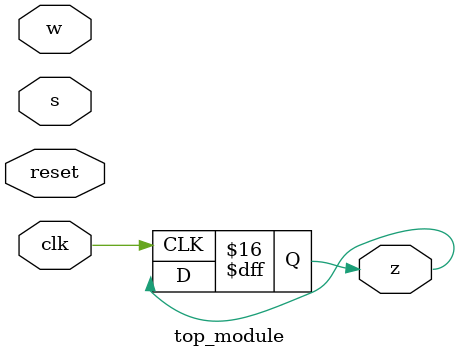
<source format=sv>
module top_module (
	input clk,
	input reset,
	input s,
	input w,
	output reg z
);

reg [1:0] state;

always @(posedge clk) begin
	if (reset) begin
		state <= 0;
	end else begin
		case(state)
			0: begin // state A
				if (s) begin
					state <= 1; // move to state B
				end else begin
					state <= 0; // stay in state A
				end
			end
			1: begin // state B
				if (w) begin
					state <= 2; // move to state C
				end else begin
					state <= 1; // stay in state B
				end
			end
			2: begin // state C
				state <= 3; // move to state D
			end
			3: begin // state D
				state <= 4; // move to state E
			end
			4: begin // state E
				if (w) begin
					state <= 5; // move to state F
				end else begin
					state <= 1; // move back to state B
				end
			end
			5: begin // state F
				if (w) begin
					state <= 6; // move to state G
				end else begin
					state <= 1; // move back to state B
				end
			end
			6: begin // state G
				state <= 7; // move to state H
			end
			7: begin // state H
				if (w) begin
					state <= 8; // move to state I
				end else begin
					state <= 1; // move back to state B
				end
			end
			8: begin // state I
				if (w) begin
					state <= 9; // move to state J
				end else begin
					state <= 1; // move back to state B
				end
			end
			9: begin // state J
				if (w) begin
					z <= 1; // set output z to 1
				end else begin
					z <= 0; // set output z to 0
				end
				state <= 1; // move back to state B
			end
		endcase
	end
end

endmodule

</source>
